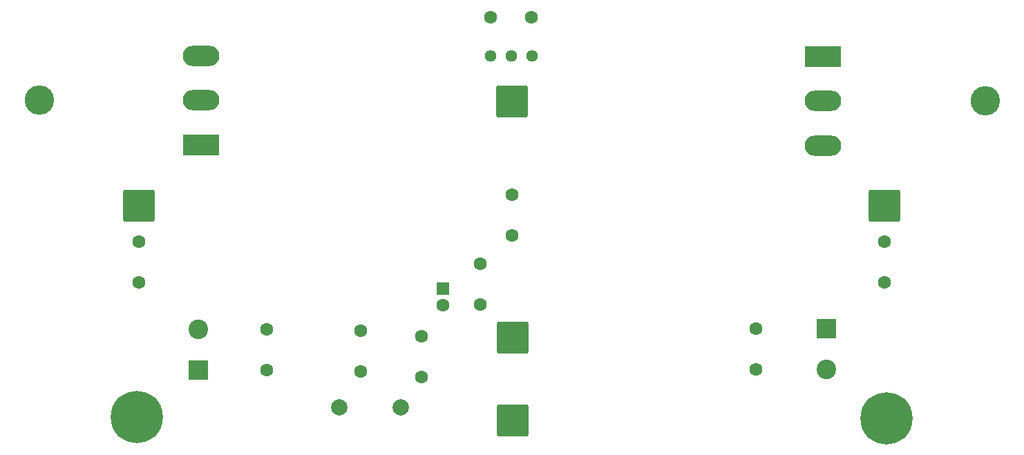
<source format=gbr>
G04 #@! TF.GenerationSoftware,KiCad,Pcbnew,(6.0.1-0)*
G04 #@! TF.CreationDate,2022-01-24T19:37:36+01:00*
G04 #@! TF.ProjectId,amp-mosfet-80w,616d702d-6d6f-4736-9665-742d3830772e,rev?*
G04 #@! TF.SameCoordinates,Original*
G04 #@! TF.FileFunction,Soldermask,Bot*
G04 #@! TF.FilePolarity,Negative*
%FSLAX46Y46*%
G04 Gerber Fmt 4.6, Leading zero omitted, Abs format (unit mm)*
G04 Created by KiCad (PCBNEW (6.0.1-0)) date 2022-01-24 19:37:36*
%MOMM*%
%LPD*%
G01*
G04 APERTURE LIST*
G04 Aperture macros list*
%AMRoundRect*
0 Rectangle with rounded corners*
0 $1 Rounding radius*
0 $2 $3 $4 $5 $6 $7 $8 $9 X,Y pos of 4 corners*
0 Add a 4 corners polygon primitive as box body*
4,1,4,$2,$3,$4,$5,$6,$7,$8,$9,$2,$3,0*
0 Add four circle primitives for the rounded corners*
1,1,$1+$1,$2,$3*
1,1,$1+$1,$4,$5*
1,1,$1+$1,$6,$7*
1,1,$1+$1,$8,$9*
0 Add four rect primitives between the rounded corners*
20,1,$1+$1,$2,$3,$4,$5,0*
20,1,$1+$1,$4,$5,$6,$7,0*
20,1,$1+$1,$6,$7,$8,$9,0*
20,1,$1+$1,$8,$9,$2,$3,0*%
G04 Aperture macros list end*
%ADD10C,1.600000*%
%ADD11R,1.600000X1.600000*%
%ADD12R,2.400000X2.400000*%
%ADD13C,2.400000*%
%ADD14C,2.000000*%
%ADD15RoundRect,0.250001X-1.699999X-1.699999X1.699999X-1.699999X1.699999X1.699999X-1.699999X1.699999X0*%
%ADD16C,6.400000*%
%ADD17C,0.800000*%
%ADD18C,1.440000*%
%ADD19O,3.600000X3.600000*%
%ADD20R,4.500000X2.500000*%
%ADD21O,4.500000X2.500000*%
G04 APERTURE END LIST*
D10*
X140800000Y-85037500D03*
X140800000Y-90037500D03*
D11*
X150939500Y-79883000D03*
D10*
X150939500Y-81883000D03*
X155448000Y-76835000D03*
X155448000Y-81835000D03*
X189230000Y-84789000D03*
X189230000Y-89789000D03*
D12*
X197866000Y-84772500D03*
D13*
X197866000Y-89772500D03*
D10*
X159385000Y-68326000D03*
X159385000Y-73326000D03*
D14*
X138190000Y-94458500D03*
X145746500Y-94458500D03*
D15*
X204978000Y-69723000D03*
X159385000Y-56896000D03*
X159448500Y-85852000D03*
X159448500Y-96012000D03*
D16*
X113411000Y-95631000D03*
D17*
X113411000Y-93231000D03*
X113411000Y-98031000D03*
X111713944Y-93933944D03*
X111011000Y-95631000D03*
X115108056Y-93933944D03*
X111713944Y-97328056D03*
X115108056Y-97328056D03*
X115811000Y-95631000D03*
X203534944Y-94060944D03*
X206929056Y-97455056D03*
D16*
X205232000Y-95758000D03*
D17*
X202832000Y-95758000D03*
X205232000Y-98158000D03*
X203534944Y-97455056D03*
X206929056Y-94060944D03*
X205232000Y-93358000D03*
X207632000Y-95758000D03*
D10*
X204978000Y-74104500D03*
X204978000Y-79104500D03*
X129286000Y-89836000D03*
X129286000Y-84836000D03*
D12*
X120904000Y-89836000D03*
D13*
X120904000Y-84836000D03*
D15*
X113665000Y-69723000D03*
D10*
X113665000Y-79104500D03*
X113665000Y-74104500D03*
X156718000Y-46609000D03*
X161718000Y-46609000D03*
D18*
X161798000Y-51308000D03*
X159258000Y-51308000D03*
X156718000Y-51308000D03*
D10*
X148300000Y-85737500D03*
X148300000Y-90737500D03*
D19*
X101425000Y-56780000D03*
D20*
X121285000Y-62230000D03*
D21*
X121285000Y-56780000D03*
X121285000Y-51330000D03*
D19*
X217345000Y-56885000D03*
D20*
X197485000Y-51435000D03*
D21*
X197485000Y-56885000D03*
X197485000Y-62335000D03*
M02*

</source>
